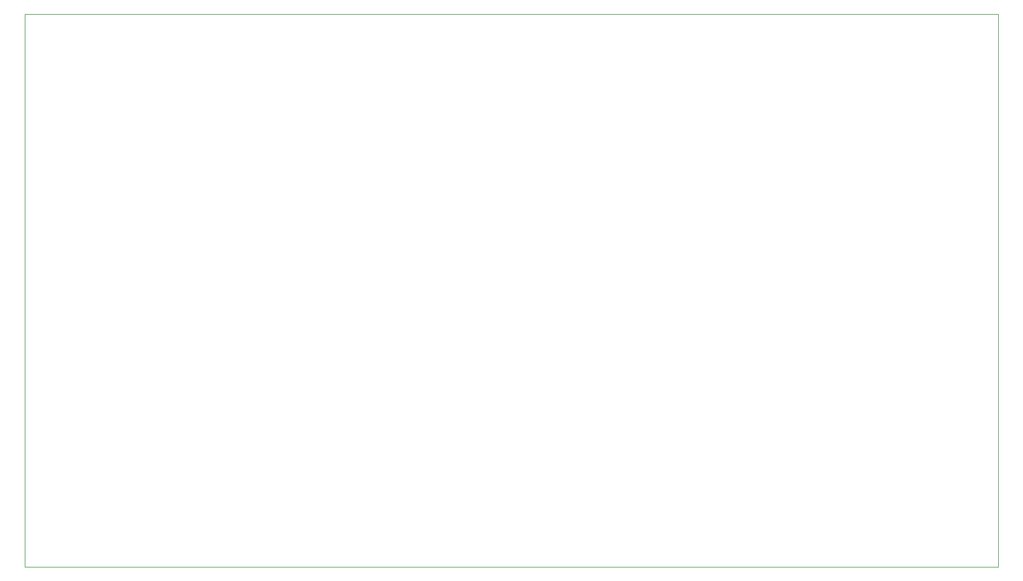
<source format=gm1>
G04 #@! TF.GenerationSoftware,KiCad,Pcbnew,8.0.1*
G04 #@! TF.CreationDate,2024-05-10T09:11:52+02:00*
G04 #@! TF.ProjectId,MISRC_v2,4d495352-435f-4763-922e-6b696361645f,0.3*
G04 #@! TF.SameCoordinates,Original*
G04 #@! TF.FileFunction,Profile,NP*
%FSLAX46Y46*%
G04 Gerber Fmt 4.6, Leading zero omitted, Abs format (unit mm)*
G04 Created by KiCad (PCBNEW 8.0.1) date 2024-05-10 09:11:52*
%MOMM*%
%LPD*%
G01*
G04 APERTURE LIST*
G04 #@! TA.AperFunction,Profile*
%ADD10C,0.100000*%
G04 #@! TD*
G04 APERTURE END LIST*
D10*
X206750000Y-141000000D02*
X206750000Y-58000000D01*
X60500000Y-141000000D02*
X206750000Y-141000000D01*
X206750000Y-58000000D02*
X60500000Y-58000000D01*
X60500000Y-58000000D02*
X60500000Y-141000000D01*
M02*

</source>
